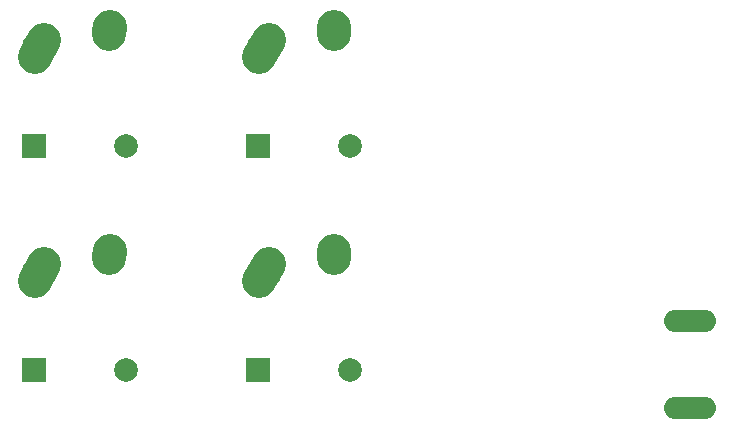
<source format=gts>
G04 #@! TF.GenerationSoftware,KiCad,Pcbnew,(5.0.0-3-g5ebb6b6)*
G04 #@! TF.CreationDate,2018-09-23T16:07:04+01:00*
G04 #@! TF.ProjectId,PCB1,504342312E6B696361645F7063620000,rev?*
G04 #@! TF.SameCoordinates,Original*
G04 #@! TF.FileFunction,Soldermask,Top*
G04 #@! TF.FilePolarity,Negative*
%FSLAX46Y46*%
G04 Gerber Fmt 4.6, Leading zero omitted, Abs format (unit mm)*
G04 Created by KiCad (PCBNEW (5.0.0-3-g5ebb6b6)) date Sunday, 23 September 2018 at 16:07:04*
%MOMM*%
%LPD*%
G01*
G04 APERTURE LIST*
%ADD10R,2.000000X2.000000*%
%ADD11C,2.000000*%
%ADD12O,4.400000X1.900000*%
%ADD13C,2.900000*%
%ADD14C,2.900000*%
G04 APERTURE END LIST*
D10*
G04 #@! TO.C,D1*
X105600000Y-62500000D03*
D11*
X113400000Y-62500000D03*
G04 #@! TD*
D10*
G04 #@! TO.C,D2*
X105600000Y-81500000D03*
D11*
X113400000Y-81500000D03*
G04 #@! TD*
G04 #@! TO.C,D3*
X132400000Y-62500000D03*
D10*
X124600000Y-62500000D03*
G04 #@! TD*
D11*
G04 #@! TO.C,D4*
X132400000Y-81500000D03*
D10*
X124600000Y-81500000D03*
G04 #@! TD*
D12*
G04 #@! TO.C,J1*
X161150000Y-77350000D03*
X161150000Y-84650000D03*
G04 #@! TD*
D13*
G04 #@! TO.C,K1*
X106095000Y-54230000D03*
D14*
X106500453Y-53500046D02*
X105689547Y-54959954D01*
D13*
X112020000Y-52710000D03*
D14*
X112039724Y-52420672D02*
X112000276Y-52999328D01*
G04 #@! TD*
D13*
G04 #@! TO.C,K2*
X106095000Y-73230000D03*
D14*
X106500453Y-72500046D02*
X105689547Y-73959954D01*
D13*
X112020000Y-71710000D03*
D14*
X112039724Y-71420672D02*
X112000276Y-71999328D01*
G04 #@! TD*
D13*
G04 #@! TO.C,K3*
X131020000Y-52710000D03*
D14*
X131039724Y-52420672D02*
X131000276Y-52999328D01*
D13*
X125095000Y-54230000D03*
D14*
X125500453Y-53500046D02*
X124689547Y-54959954D01*
G04 #@! TD*
D13*
G04 #@! TO.C,K4*
X131020000Y-71710000D03*
D14*
X131039724Y-71420672D02*
X131000276Y-71999328D01*
D13*
X125095000Y-73230000D03*
D14*
X125500453Y-72500046D02*
X124689547Y-73959954D01*
G04 #@! TD*
M02*

</source>
